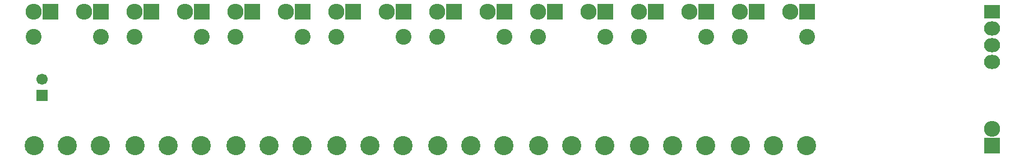
<source format=gbs>
G04 #@! TF.FileFunction,Soldermask,Bot*
%FSLAX46Y46*%
G04 Gerber Fmt 4.6, Leading zero omitted, Abs format (unit mm)*
G04 Created by KiCad (PCBNEW 4.0.4-1.fc25-product) date Sun Oct 23 22:01:47 2016*
%MOMM*%
%LPD*%
G01*
G04 APERTURE LIST*
%ADD10C,0.100000*%
%ADD11C,2.899360*%
%ADD12R,1.700000X1.700000*%
%ADD13C,1.700000*%
%ADD14R,2.432000X2.432000*%
%ADD15O,2.432000X2.432000*%
%ADD16R,2.432000X2.127200*%
%ADD17O,2.432000X2.127200*%
%ADD18C,2.398980*%
G04 APERTURE END LIST*
D10*
D11*
X25400000Y-86360000D03*
X20398740Y-86360000D03*
X30401260Y-86360000D03*
D12*
X21590000Y-78740000D03*
D13*
X21590000Y-76240000D03*
D14*
X165100000Y-86360000D03*
D15*
X165100000Y-83820000D03*
D16*
X165100000Y-66040000D03*
D17*
X165100000Y-68580000D03*
X165100000Y-71120000D03*
X165100000Y-73660000D03*
D14*
X30480000Y-66040000D03*
D15*
X27940000Y-66040000D03*
D14*
X45720000Y-66040000D03*
D15*
X43180000Y-66040000D03*
D14*
X60960000Y-66040000D03*
D15*
X58420000Y-66040000D03*
D14*
X76200000Y-66040000D03*
D15*
X73660000Y-66040000D03*
D14*
X22860000Y-66040000D03*
D15*
X20320000Y-66040000D03*
D11*
X86360000Y-86360000D03*
X81358740Y-86360000D03*
X91361260Y-86360000D03*
D14*
X91440000Y-66040000D03*
D15*
X88900000Y-66040000D03*
D14*
X38100000Y-66040000D03*
D15*
X35560000Y-66040000D03*
D11*
X40640000Y-86360000D03*
X35638740Y-86360000D03*
X45641260Y-86360000D03*
X101600000Y-86360000D03*
X96598740Y-86360000D03*
X106601260Y-86360000D03*
D14*
X106680000Y-66040000D03*
D15*
X104140000Y-66040000D03*
D14*
X53340000Y-66040000D03*
D15*
X50800000Y-66040000D03*
D11*
X55880000Y-86360000D03*
X50878740Y-86360000D03*
X60881260Y-86360000D03*
X116840000Y-86360000D03*
X111838740Y-86360000D03*
X121841260Y-86360000D03*
D14*
X121920000Y-66040000D03*
D15*
X119380000Y-66040000D03*
D14*
X68580000Y-66040000D03*
D15*
X66040000Y-66040000D03*
D14*
X137160000Y-66040000D03*
D15*
X134620000Y-66040000D03*
D14*
X83820000Y-66040000D03*
D15*
X81280000Y-66040000D03*
D11*
X71120000Y-86360000D03*
X66118740Y-86360000D03*
X76121260Y-86360000D03*
X132080000Y-86360000D03*
X127078740Y-86360000D03*
X137081260Y-86360000D03*
D14*
X99060000Y-66040000D03*
D15*
X96520000Y-66040000D03*
D14*
X114300000Y-66040000D03*
D15*
X111760000Y-66040000D03*
D14*
X129540000Y-66040000D03*
D15*
X127000000Y-66040000D03*
D18*
X20320000Y-69850000D03*
X30480000Y-69850000D03*
X35560000Y-69850000D03*
X45720000Y-69850000D03*
X50800000Y-69850000D03*
X60960000Y-69850000D03*
X66040000Y-69850000D03*
X76200000Y-69850000D03*
X81280000Y-69850000D03*
X91440000Y-69850000D03*
X96520000Y-69850000D03*
X106680000Y-69850000D03*
X111760000Y-69850000D03*
X121920000Y-69850000D03*
X127000000Y-69850000D03*
X137160000Y-69850000D03*
M02*

</source>
